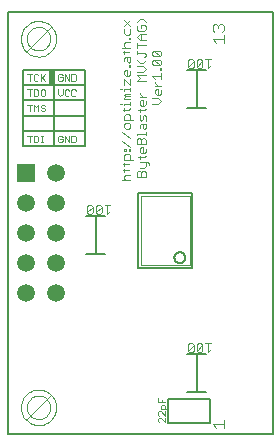
<source format=gbr>
G75*
G70*
%OFA0B0*%
%FSLAX24Y24*%
%IPPOS*%
%LPD*%
%AMOC8*
5,1,8,0,0,1.08239X$1,22.5*
%
%ADD10C,0.0079*%
%ADD11C,0.0030*%
%ADD12C,0.0020*%
%ADD13C,0.0071*%
%ADD14R,0.0128X0.0512*%
%ADD15C,0.0010*%
%ADD16C,0.0000*%
%ADD17C,0.0060*%
%ADD18R,0.0591X0.0591*%
%ADD19C,0.0591*%
%ADD20C,0.0050*%
%ADD21C,0.0059*%
D10*
X001854Y001290D02*
X010683Y001290D01*
X010683Y015365D01*
X001854Y015365D01*
X001854Y001290D01*
D11*
X004536Y008636D02*
X004488Y008685D01*
X004681Y008878D01*
X004633Y008927D01*
X004536Y008927D01*
X004488Y008878D01*
X004488Y008685D01*
X004536Y008636D02*
X004633Y008636D01*
X004681Y008685D01*
X004681Y008878D01*
X004782Y008878D02*
X004782Y008685D01*
X004976Y008878D01*
X004928Y008927D01*
X004831Y008927D01*
X004782Y008878D01*
X004782Y008685D02*
X004831Y008636D01*
X004928Y008636D01*
X004976Y008685D01*
X004976Y008878D01*
X005077Y008927D02*
X005271Y008927D01*
X005174Y008927D02*
X005174Y008636D01*
X005271Y008733D01*
X005644Y009750D02*
X005934Y009750D01*
X005789Y009750D02*
X005741Y009798D01*
X005741Y009895D01*
X005789Y009943D01*
X005934Y009943D01*
X005886Y010093D02*
X005934Y010141D01*
X005886Y010093D02*
X005692Y010093D01*
X005741Y010045D02*
X005741Y010141D01*
X005741Y010241D02*
X005741Y010338D01*
X005692Y010289D02*
X005886Y010289D01*
X005934Y010338D01*
X005934Y010437D02*
X005934Y010583D01*
X005886Y010631D01*
X005789Y010631D01*
X005741Y010583D01*
X005741Y010437D01*
X006031Y010437D01*
X006204Y010516D02*
X006397Y010516D01*
X006446Y010564D01*
X006397Y010664D02*
X006301Y010664D01*
X006252Y010712D01*
X006252Y010809D01*
X006301Y010857D01*
X006349Y010857D01*
X006349Y010664D01*
X006397Y010664D02*
X006446Y010712D01*
X006446Y010809D01*
X006446Y010958D02*
X006446Y011103D01*
X006397Y011152D01*
X006349Y011152D01*
X006301Y011103D01*
X006301Y010958D01*
X006446Y010958D02*
X006156Y010958D01*
X006156Y011103D01*
X006204Y011152D01*
X006252Y011152D01*
X006301Y011103D01*
X006446Y011253D02*
X006446Y011350D01*
X006446Y011301D02*
X006156Y011301D01*
X006156Y011253D01*
X005934Y011174D02*
X005644Y011368D01*
X005789Y011469D02*
X005886Y011469D01*
X005934Y011517D01*
X005934Y011614D01*
X005886Y011662D01*
X005789Y011662D01*
X005741Y011614D01*
X005741Y011517D01*
X005789Y011469D01*
X005741Y011763D02*
X005741Y011908D01*
X005789Y011957D01*
X005886Y011957D01*
X005934Y011908D01*
X005934Y011763D01*
X006031Y011763D02*
X005741Y011763D01*
X005741Y012058D02*
X005741Y012155D01*
X005692Y012106D02*
X005886Y012106D01*
X005934Y012155D01*
X005934Y012254D02*
X005934Y012351D01*
X005934Y012303D02*
X005741Y012303D01*
X005741Y012254D01*
X005644Y012303D02*
X005595Y012303D01*
X005741Y012451D02*
X005741Y012499D01*
X005789Y012548D01*
X005741Y012596D01*
X005789Y012644D01*
X005934Y012644D01*
X005934Y012548D02*
X005789Y012548D01*
X005741Y012451D02*
X005934Y012451D01*
X005934Y012745D02*
X005934Y012842D01*
X005934Y012794D02*
X005741Y012794D01*
X005741Y012745D01*
X005644Y012794D02*
X005595Y012794D01*
X005741Y012942D02*
X005741Y013135D01*
X005934Y012942D01*
X005934Y013135D01*
X005886Y013237D02*
X005789Y013237D01*
X005741Y013285D01*
X005741Y013382D01*
X005789Y013430D01*
X005837Y013430D01*
X005837Y013237D01*
X005886Y013237D02*
X005934Y013285D01*
X005934Y013382D01*
X005934Y013531D02*
X005934Y013580D01*
X005886Y013580D01*
X005886Y013531D01*
X005934Y013531D01*
X005886Y013679D02*
X005837Y013727D01*
X005837Y013872D01*
X005789Y013872D02*
X005934Y013872D01*
X005934Y013727D01*
X005886Y013679D01*
X005741Y013727D02*
X005741Y013824D01*
X005789Y013872D01*
X005741Y013973D02*
X005741Y014070D01*
X005692Y014021D02*
X005886Y014021D01*
X005934Y014070D01*
X005934Y014170D02*
X005644Y014170D01*
X005741Y014218D02*
X005741Y014315D01*
X005789Y014363D01*
X005934Y014363D01*
X005934Y014464D02*
X005934Y014513D01*
X005886Y014513D01*
X005886Y014464D01*
X005934Y014464D01*
X005886Y014612D02*
X005789Y014612D01*
X005741Y014660D01*
X005741Y014805D01*
X005741Y014906D02*
X005934Y015100D01*
X005741Y015100D02*
X005934Y014906D01*
X005934Y014805D02*
X005934Y014660D01*
X005886Y014612D01*
X006156Y014542D02*
X006252Y014638D01*
X006446Y014638D01*
X006397Y014739D02*
X006446Y014788D01*
X006446Y014885D01*
X006397Y014933D01*
X006301Y014933D01*
X006301Y014836D01*
X006397Y014739D02*
X006204Y014739D01*
X006156Y014788D01*
X006156Y014885D01*
X006204Y014933D01*
X006156Y015034D02*
X006252Y015131D01*
X006349Y015131D01*
X006446Y015034D01*
X006301Y014638D02*
X006301Y014445D01*
X006252Y014445D02*
X006156Y014542D01*
X006252Y014445D02*
X006446Y014445D01*
X006446Y014247D02*
X006156Y014247D01*
X006156Y014150D02*
X006156Y014344D01*
X006156Y014049D02*
X006156Y013952D01*
X006156Y014001D02*
X006397Y014001D01*
X006446Y013952D01*
X006446Y013904D01*
X006397Y013856D01*
X006446Y013756D02*
X006349Y013659D01*
X006252Y013659D01*
X006156Y013756D01*
X006156Y013558D02*
X006349Y013558D01*
X006446Y013461D01*
X006349Y013364D01*
X006156Y013364D01*
X006156Y013263D02*
X006446Y013263D01*
X006446Y013070D02*
X006156Y013070D01*
X006252Y013167D01*
X006156Y013263D01*
X006252Y012675D02*
X006252Y012626D01*
X006349Y012530D01*
X006446Y012530D02*
X006252Y012530D01*
X006301Y012429D02*
X006252Y012380D01*
X006252Y012283D01*
X006301Y012235D01*
X006397Y012235D01*
X006446Y012283D01*
X006446Y012380D01*
X006349Y012429D02*
X006349Y012235D01*
X006252Y012135D02*
X006252Y012039D01*
X006204Y012087D02*
X006397Y012087D01*
X006446Y012135D01*
X006349Y012429D02*
X006301Y012429D01*
X006667Y012502D02*
X006861Y012502D01*
X006958Y012406D01*
X006861Y012309D01*
X006667Y012309D01*
X006812Y012604D02*
X006764Y012652D01*
X006764Y012749D01*
X006812Y012797D01*
X006861Y012797D01*
X006861Y012604D01*
X006909Y012604D02*
X006812Y012604D01*
X006909Y012604D02*
X006958Y012652D01*
X006958Y012749D01*
X006958Y012898D02*
X006764Y012898D01*
X006861Y012898D02*
X006764Y012995D01*
X006764Y013043D01*
X006764Y013144D02*
X006667Y013241D01*
X006958Y013241D01*
X006958Y013337D02*
X006958Y013144D01*
X006958Y013438D02*
X006958Y013487D01*
X006909Y013487D01*
X006909Y013438D01*
X006958Y013438D01*
X006909Y013586D02*
X006716Y013779D01*
X006909Y013779D01*
X006958Y013731D01*
X006958Y013634D01*
X006909Y013586D01*
X006716Y013586D01*
X006667Y013634D01*
X006667Y013731D01*
X006716Y013779D01*
X006716Y013880D02*
X006667Y013929D01*
X006667Y014026D01*
X006716Y014074D01*
X006909Y013880D01*
X006958Y013929D01*
X006958Y014026D01*
X006909Y014074D01*
X006716Y014074D01*
X006716Y013880D02*
X006909Y013880D01*
X007848Y013739D02*
X007848Y013545D01*
X008042Y013739D01*
X007993Y013787D01*
X007896Y013787D01*
X007848Y013739D01*
X007848Y013545D02*
X007896Y013497D01*
X007993Y013497D01*
X008042Y013545D01*
X008042Y013739D01*
X008143Y013739D02*
X008191Y013787D01*
X008288Y013787D01*
X008336Y013739D01*
X008143Y013545D01*
X008143Y013739D01*
X008143Y013545D02*
X008191Y013497D01*
X008288Y013497D01*
X008336Y013545D01*
X008336Y013739D01*
X008437Y013787D02*
X008631Y013787D01*
X008534Y013787D02*
X008534Y013497D01*
X008631Y013593D01*
X008799Y014333D02*
X008675Y014456D01*
X009046Y014456D01*
X009046Y014333D02*
X009046Y014580D01*
X008984Y014701D02*
X009046Y014763D01*
X009046Y014886D01*
X008984Y014948D01*
X008922Y014948D01*
X008861Y014886D01*
X008861Y014825D01*
X008861Y014886D02*
X008799Y014948D01*
X008737Y014948D01*
X008675Y014886D01*
X008675Y014763D01*
X008737Y014701D01*
X006397Y011937D02*
X006446Y011889D01*
X006446Y011744D01*
X006446Y011643D02*
X006446Y011498D01*
X006397Y011449D01*
X006349Y011498D01*
X006349Y011643D01*
X006301Y011643D02*
X006446Y011643D01*
X006301Y011643D02*
X006252Y011594D01*
X006252Y011498D01*
X006301Y011744D02*
X006252Y011792D01*
X006252Y011937D01*
X006349Y011889D02*
X006349Y011792D01*
X006301Y011744D01*
X006349Y011889D02*
X006397Y011937D01*
X005644Y011073D02*
X005934Y010879D01*
X005934Y010780D02*
X005934Y010732D01*
X005886Y010732D01*
X005886Y010780D01*
X005934Y010780D01*
X005789Y010780D02*
X005789Y010732D01*
X005741Y010732D01*
X005741Y010780D01*
X005789Y010780D01*
X006252Y010564D02*
X006252Y010467D01*
X006252Y010366D02*
X006494Y010366D01*
X006543Y010318D01*
X006543Y010269D01*
X006446Y010221D02*
X006446Y010366D01*
X006446Y010221D02*
X006397Y010173D01*
X006252Y010173D01*
X006252Y010071D02*
X006301Y010023D01*
X006301Y009878D01*
X006446Y009878D02*
X006446Y010023D01*
X006397Y010071D01*
X006349Y010071D01*
X006301Y010023D01*
X006252Y010071D02*
X006204Y010071D01*
X006156Y010023D01*
X006156Y009878D01*
X006446Y009878D01*
X005789Y014170D02*
X005741Y014218D01*
X007896Y004320D02*
X007993Y004320D01*
X008042Y004272D01*
X007848Y004079D01*
X007848Y004272D01*
X007896Y004320D01*
X008042Y004272D02*
X008042Y004079D01*
X007993Y004030D01*
X007896Y004030D01*
X007848Y004079D01*
X008143Y004079D02*
X008336Y004272D01*
X008288Y004320D01*
X008191Y004320D01*
X008143Y004272D01*
X008143Y004079D01*
X008191Y004030D01*
X008288Y004030D01*
X008336Y004079D01*
X008336Y004272D01*
X008437Y004320D02*
X008631Y004320D01*
X008534Y004320D02*
X008534Y004030D01*
X008631Y004127D01*
X009046Y001753D02*
X009046Y001506D01*
X009046Y001629D02*
X008675Y001629D01*
X008799Y001506D01*
D12*
X007164Y002126D02*
X006944Y002126D01*
X006944Y002236D01*
X006980Y002273D01*
X007054Y002273D01*
X007091Y002236D01*
X007091Y002126D01*
X007091Y002052D02*
X007091Y001905D01*
X006944Y002052D01*
X006907Y002052D01*
X006870Y002015D01*
X006870Y001942D01*
X006907Y001905D01*
X006907Y001831D02*
X006870Y001794D01*
X006870Y001721D01*
X006907Y001684D01*
X006907Y001831D02*
X006944Y001831D01*
X007091Y001684D01*
X007091Y001831D01*
X007091Y002347D02*
X006870Y002347D01*
X006870Y002494D01*
X006980Y002420D02*
X006980Y002347D01*
X006292Y006916D02*
X007909Y006916D01*
X007909Y009227D01*
X006292Y009227D01*
X006292Y006916D01*
X004080Y011024D02*
X003970Y011024D01*
X003970Y011245D01*
X004080Y011245D01*
X004117Y011208D01*
X004117Y011061D01*
X004080Y011024D01*
X003896Y011024D02*
X003896Y011245D01*
X003749Y011245D02*
X003749Y011024D01*
X003675Y011061D02*
X003675Y011135D01*
X003601Y011135D01*
X003528Y011208D02*
X003528Y011061D01*
X003565Y011024D01*
X003638Y011024D01*
X003675Y011061D01*
X003675Y011208D02*
X003638Y011245D01*
X003565Y011245D01*
X003528Y011208D01*
X003749Y011245D02*
X003896Y011024D01*
X003056Y012048D02*
X002983Y012048D01*
X002946Y012085D01*
X002983Y012158D02*
X003056Y012158D01*
X003093Y012121D01*
X003093Y012085D01*
X003056Y012048D01*
X002983Y012158D02*
X002946Y012195D01*
X002946Y012232D01*
X002983Y012268D01*
X003056Y012268D01*
X003093Y012232D01*
X002872Y012268D02*
X002872Y012048D01*
X002725Y012048D02*
X002725Y012268D01*
X002799Y012195D01*
X002872Y012268D01*
X002651Y012268D02*
X002504Y012268D01*
X002578Y012268D02*
X002578Y012048D01*
X002578Y012560D02*
X002578Y012780D01*
X002651Y012780D02*
X002504Y012780D01*
X002725Y012780D02*
X002725Y012560D01*
X002835Y012560D01*
X002872Y012597D01*
X002872Y012743D01*
X002835Y012780D01*
X002725Y012780D01*
X002946Y012743D02*
X002946Y012597D01*
X002983Y012560D01*
X003056Y012560D01*
X003093Y012597D01*
X003093Y012743D01*
X003056Y012780D01*
X002983Y012780D01*
X002946Y012743D01*
X002946Y013072D02*
X002946Y013292D01*
X002872Y013255D02*
X002835Y013292D01*
X002762Y013292D01*
X002725Y013255D01*
X002725Y013108D01*
X002762Y013072D01*
X002835Y013072D01*
X002872Y013108D01*
X002946Y013145D02*
X003093Y013292D01*
X002983Y013182D02*
X003093Y013072D01*
X003528Y013108D02*
X003565Y013072D01*
X003638Y013072D01*
X003675Y013108D01*
X003675Y013182D01*
X003601Y013182D01*
X003528Y013255D02*
X003528Y013108D01*
X003528Y013255D02*
X003565Y013292D01*
X003638Y013292D01*
X003675Y013255D01*
X003749Y013292D02*
X003749Y013072D01*
X003896Y013072D02*
X003896Y013292D01*
X003970Y013292D02*
X004080Y013292D01*
X004117Y013255D01*
X004117Y013108D01*
X004080Y013072D01*
X003970Y013072D01*
X003970Y013292D01*
X003749Y013292D02*
X003896Y013072D01*
X003859Y012780D02*
X003786Y012780D01*
X003749Y012743D01*
X003749Y012597D01*
X003786Y012560D01*
X003859Y012560D01*
X003896Y012597D01*
X003970Y012597D02*
X003970Y012743D01*
X004007Y012780D01*
X004080Y012780D01*
X004117Y012743D01*
X004117Y012597D02*
X004080Y012560D01*
X004007Y012560D01*
X003970Y012597D01*
X003896Y012743D02*
X003859Y012780D01*
X003675Y012780D02*
X003675Y012633D01*
X003601Y012560D01*
X003528Y012633D01*
X003528Y012780D01*
X002578Y013072D02*
X002578Y013292D01*
X002651Y013292D02*
X002504Y013292D01*
X002504Y011245D02*
X002651Y011245D01*
X002578Y011245D02*
X002578Y011024D01*
X002725Y011024D02*
X002725Y011245D01*
X002835Y011245D01*
X002872Y011208D01*
X002872Y011061D01*
X002835Y011024D01*
X002725Y011024D01*
X002946Y011024D02*
X003020Y011024D01*
X002983Y011024D02*
X002983Y011245D01*
X002946Y011245D02*
X003020Y011245D01*
D13*
X003390Y010887D02*
X003390Y013446D01*
X002366Y013446D01*
X002366Y012934D01*
X004414Y012934D01*
X004414Y013446D01*
X003390Y013446D01*
X004414Y012934D02*
X004414Y012422D01*
X002366Y012422D01*
X002366Y011910D01*
X004414Y011910D01*
X004414Y012422D01*
X004414Y011910D02*
X004414Y011398D01*
X002366Y011398D01*
X002366Y010887D01*
X003390Y010887D01*
X004414Y010887D01*
X004414Y011398D01*
X002366Y011398D02*
X002366Y011910D01*
X002366Y012422D02*
X002366Y012934D01*
D14*
X003287Y013190D03*
D15*
X002488Y014469D02*
X002490Y014508D01*
X002496Y014548D01*
X002506Y014586D01*
X002520Y014623D01*
X002537Y014658D01*
X002558Y014692D01*
X002582Y014723D01*
X002609Y014752D01*
X002639Y014777D01*
X002672Y014800D01*
X002706Y014819D01*
X002743Y014835D01*
X002780Y014847D01*
X002819Y014855D01*
X002858Y014858D01*
X002898Y014858D01*
X002937Y014855D01*
X002976Y014847D01*
X003013Y014835D01*
X003050Y014819D01*
X003084Y014800D01*
X003117Y014777D01*
X003147Y014752D01*
X003174Y014723D01*
X003198Y014692D01*
X003219Y014658D01*
X003236Y014623D01*
X003250Y014586D01*
X003260Y014548D01*
X003266Y014508D01*
X003268Y014469D01*
X003266Y014430D01*
X003260Y014390D01*
X003250Y014352D01*
X003236Y014315D01*
X003219Y014280D01*
X003198Y014246D01*
X003174Y014215D01*
X003147Y014186D01*
X003117Y014161D01*
X003084Y014138D01*
X003050Y014119D01*
X003013Y014103D01*
X002976Y014091D01*
X002937Y014083D01*
X002898Y014080D01*
X002858Y014080D01*
X002819Y014083D01*
X002780Y014091D01*
X002743Y014103D01*
X002706Y014119D01*
X002672Y014138D01*
X002639Y014161D01*
X002609Y014186D01*
X002582Y014215D01*
X002558Y014246D01*
X002537Y014280D01*
X002520Y014315D01*
X002506Y014352D01*
X002496Y014390D01*
X002490Y014430D01*
X002488Y014469D01*
X002478Y014069D02*
X003278Y014869D01*
X002488Y002186D02*
X002490Y002225D01*
X002496Y002265D01*
X002506Y002303D01*
X002520Y002340D01*
X002537Y002375D01*
X002558Y002409D01*
X002582Y002440D01*
X002609Y002469D01*
X002639Y002494D01*
X002672Y002517D01*
X002706Y002536D01*
X002743Y002552D01*
X002780Y002564D01*
X002819Y002572D01*
X002858Y002575D01*
X002898Y002575D01*
X002937Y002572D01*
X002976Y002564D01*
X003013Y002552D01*
X003050Y002536D01*
X003084Y002517D01*
X003117Y002494D01*
X003147Y002469D01*
X003174Y002440D01*
X003198Y002409D01*
X003219Y002375D01*
X003236Y002340D01*
X003250Y002303D01*
X003260Y002265D01*
X003266Y002225D01*
X003268Y002186D01*
X003266Y002147D01*
X003260Y002107D01*
X003250Y002069D01*
X003236Y002032D01*
X003219Y001997D01*
X003198Y001963D01*
X003174Y001932D01*
X003147Y001903D01*
X003117Y001878D01*
X003084Y001855D01*
X003050Y001836D01*
X003013Y001820D01*
X002976Y001808D01*
X002937Y001800D01*
X002898Y001797D01*
X002858Y001797D01*
X002819Y001800D01*
X002780Y001808D01*
X002743Y001820D01*
X002706Y001836D01*
X002672Y001855D01*
X002639Y001878D01*
X002609Y001903D01*
X002582Y001932D01*
X002558Y001963D01*
X002537Y001997D01*
X002520Y002032D01*
X002506Y002069D01*
X002496Y002107D01*
X002490Y002147D01*
X002488Y002186D01*
X002478Y001786D02*
X003278Y002586D01*
D16*
X002287Y002186D02*
X002289Y002240D01*
X002297Y002293D01*
X002309Y002345D01*
X002326Y002397D01*
X002347Y002446D01*
X002373Y002493D01*
X002403Y002538D01*
X002437Y002579D01*
X002475Y002618D01*
X002516Y002653D01*
X002560Y002684D01*
X002606Y002711D01*
X002655Y002733D01*
X002706Y002751D01*
X002758Y002765D01*
X002811Y002773D01*
X002865Y002777D01*
X002918Y002776D01*
X002972Y002770D01*
X003024Y002759D01*
X003076Y002743D01*
X003126Y002723D01*
X003173Y002698D01*
X003219Y002669D01*
X003261Y002636D01*
X003301Y002599D01*
X003336Y002559D01*
X003368Y002516D01*
X003396Y002470D01*
X003420Y002421D01*
X003439Y002371D01*
X003454Y002319D01*
X003463Y002266D01*
X003468Y002213D01*
X003468Y002159D01*
X003463Y002106D01*
X003454Y002053D01*
X003439Y002001D01*
X003420Y001951D01*
X003396Y001902D01*
X003368Y001856D01*
X003336Y001813D01*
X003301Y001773D01*
X003261Y001736D01*
X003219Y001703D01*
X003174Y001674D01*
X003126Y001649D01*
X003076Y001629D01*
X003024Y001613D01*
X002972Y001602D01*
X002918Y001596D01*
X002865Y001595D01*
X002811Y001599D01*
X002758Y001607D01*
X002706Y001621D01*
X002655Y001639D01*
X002606Y001661D01*
X002560Y001688D01*
X002516Y001719D01*
X002475Y001754D01*
X002437Y001793D01*
X002403Y001834D01*
X002373Y001879D01*
X002347Y001926D01*
X002326Y001975D01*
X002309Y002027D01*
X002297Y002079D01*
X002289Y002132D01*
X002287Y002186D01*
X002287Y014469D02*
X002289Y014523D01*
X002297Y014576D01*
X002309Y014628D01*
X002326Y014680D01*
X002347Y014729D01*
X002373Y014776D01*
X002403Y014821D01*
X002437Y014862D01*
X002475Y014901D01*
X002516Y014936D01*
X002560Y014967D01*
X002606Y014994D01*
X002655Y015016D01*
X002706Y015034D01*
X002758Y015048D01*
X002811Y015056D01*
X002865Y015060D01*
X002918Y015059D01*
X002972Y015053D01*
X003024Y015042D01*
X003076Y015026D01*
X003126Y015006D01*
X003173Y014981D01*
X003219Y014952D01*
X003261Y014919D01*
X003301Y014882D01*
X003336Y014842D01*
X003368Y014799D01*
X003396Y014753D01*
X003420Y014704D01*
X003439Y014654D01*
X003454Y014602D01*
X003463Y014549D01*
X003468Y014496D01*
X003468Y014442D01*
X003463Y014389D01*
X003454Y014336D01*
X003439Y014284D01*
X003420Y014234D01*
X003396Y014185D01*
X003368Y014139D01*
X003336Y014096D01*
X003301Y014056D01*
X003261Y014019D01*
X003219Y013986D01*
X003174Y013957D01*
X003126Y013932D01*
X003076Y013912D01*
X003024Y013896D01*
X002972Y013885D01*
X002918Y013879D01*
X002865Y013878D01*
X002811Y013882D01*
X002758Y013890D01*
X002706Y013904D01*
X002655Y013922D01*
X002606Y013944D01*
X002560Y013971D01*
X002516Y014002D01*
X002475Y014037D01*
X002437Y014076D01*
X002403Y014117D01*
X002373Y014162D01*
X002347Y014209D01*
X002326Y014258D01*
X002309Y014310D01*
X002297Y014362D01*
X002289Y014415D01*
X002287Y014469D01*
D17*
X006202Y009317D02*
X006202Y006826D01*
X007999Y006826D01*
X007999Y009317D01*
X006202Y009317D01*
X007401Y007176D02*
X007403Y007203D01*
X007409Y007229D01*
X007419Y007254D01*
X007432Y007277D01*
X007449Y007298D01*
X007469Y007317D01*
X007491Y007332D01*
X007515Y007344D01*
X007541Y007351D01*
X007568Y007355D01*
X007594Y007355D01*
X007621Y007351D01*
X007647Y007344D01*
X007671Y007332D01*
X007693Y007317D01*
X007713Y007298D01*
X007730Y007277D01*
X007743Y007254D01*
X007753Y007229D01*
X007759Y007203D01*
X007761Y007176D01*
X007759Y007149D01*
X007753Y007123D01*
X007743Y007098D01*
X007730Y007075D01*
X007713Y007054D01*
X007693Y007035D01*
X007671Y007020D01*
X007647Y007008D01*
X007621Y007001D01*
X007594Y006997D01*
X007568Y006997D01*
X007541Y007001D01*
X007515Y007008D01*
X007491Y007020D01*
X007469Y007035D01*
X007449Y007054D01*
X007432Y007075D01*
X007419Y007098D01*
X007409Y007123D01*
X007403Y007149D01*
X007401Y007176D01*
D18*
X002471Y009981D03*
D19*
X002471Y008981D03*
X002471Y007981D03*
X002471Y006981D03*
X002471Y005981D03*
X003471Y005981D03*
X003471Y006981D03*
X003471Y007981D03*
X003471Y008981D03*
X003471Y009981D03*
D20*
X004471Y008572D02*
X004786Y008572D01*
X004786Y007312D01*
X004471Y007312D01*
X004786Y007312D02*
X005101Y007312D01*
X005101Y008572D02*
X004786Y008572D01*
X007831Y012172D02*
X008146Y012172D01*
X008146Y013432D01*
X008461Y013432D01*
X008146Y013432D02*
X007831Y013432D01*
X008146Y012172D02*
X008461Y012172D01*
X008461Y003965D02*
X008146Y003965D01*
X008146Y002705D01*
X007831Y002705D01*
X008146Y002705D02*
X008461Y002705D01*
X008146Y003965D02*
X007831Y003965D01*
D21*
X007178Y002458D02*
X008578Y002458D01*
X008578Y001658D01*
X007178Y001658D01*
X007178Y002458D01*
M02*

</source>
